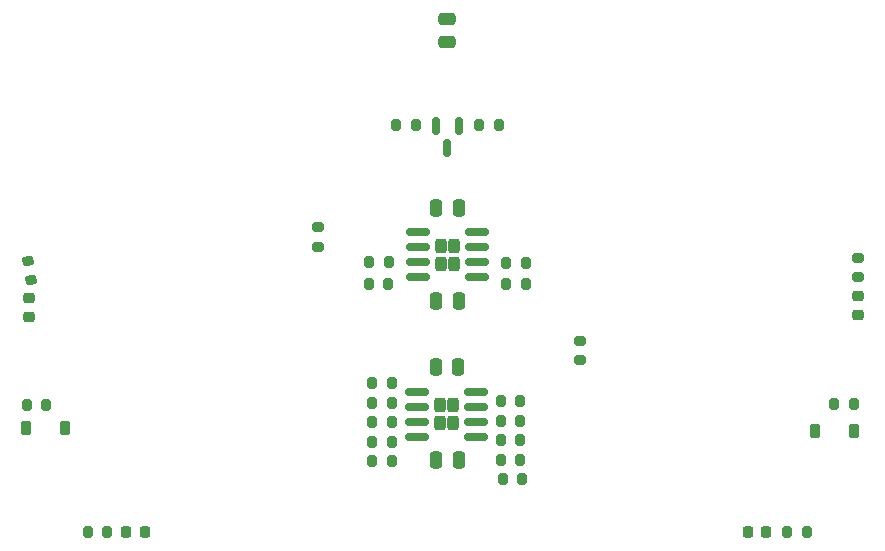
<source format=gbr>
%TF.GenerationSoftware,KiCad,Pcbnew,9.0.0*%
%TF.CreationDate,2025-08-10T21:35:17+12:00*%
%TF.ProjectId,current_gen_class_ab,63757272-656e-4745-9f67-656e5f636c61,rev?*%
%TF.SameCoordinates,Original*%
%TF.FileFunction,Paste,Top*%
%TF.FilePolarity,Positive*%
%FSLAX46Y46*%
G04 Gerber Fmt 4.6, Leading zero omitted, Abs format (unit mm)*
G04 Created by KiCad (PCBNEW 9.0.0) date 2025-08-10 21:35:17*
%MOMM*%
%LPD*%
G01*
G04 APERTURE LIST*
G04 Aperture macros list*
%AMRoundRect*
0 Rectangle with rounded corners*
0 $1 Rounding radius*
0 $2 $3 $4 $5 $6 $7 $8 $9 X,Y pos of 4 corners*
0 Add a 4 corners polygon primitive as box body*
4,1,4,$2,$3,$4,$5,$6,$7,$8,$9,$2,$3,0*
0 Add four circle primitives for the rounded corners*
1,1,$1+$1,$2,$3*
1,1,$1+$1,$4,$5*
1,1,$1+$1,$6,$7*
1,1,$1+$1,$8,$9*
0 Add four rect primitives between the rounded corners*
20,1,$1+$1,$2,$3,$4,$5,0*
20,1,$1+$1,$4,$5,$6,$7,0*
20,1,$1+$1,$6,$7,$8,$9,0*
20,1,$1+$1,$8,$9,$2,$3,0*%
G04 Aperture macros list end*
%ADD10RoundRect,0.250000X-0.250000X-0.475000X0.250000X-0.475000X0.250000X0.475000X-0.250000X0.475000X0*%
%ADD11RoundRect,0.200000X-0.200000X-0.275000X0.200000X-0.275000X0.200000X0.275000X-0.200000X0.275000X0*%
%ADD12RoundRect,0.200000X0.200000X0.275000X-0.200000X0.275000X-0.200000X-0.275000X0.200000X-0.275000X0*%
%ADD13RoundRect,0.240000X-0.240000X-0.385000X0.240000X-0.385000X0.240000X0.385000X-0.240000X0.385000X0*%
%ADD14RoundRect,0.150000X-0.825000X-0.150000X0.825000X-0.150000X0.825000X0.150000X-0.825000X0.150000X0*%
%ADD15RoundRect,0.225000X-0.225000X-0.375000X0.225000X-0.375000X0.225000X0.375000X-0.225000X0.375000X0*%
%ADD16RoundRect,0.200000X0.275000X-0.200000X0.275000X0.200000X-0.275000X0.200000X-0.275000X-0.200000X0*%
%ADD17RoundRect,0.200000X0.305552X-0.149208X0.236092X0.244715X-0.305552X0.149208X-0.236092X-0.244715X0*%
%ADD18RoundRect,0.218750X0.256250X-0.218750X0.256250X0.218750X-0.256250X0.218750X-0.256250X-0.218750X0*%
%ADD19RoundRect,0.250000X0.475000X-0.250000X0.475000X0.250000X-0.475000X0.250000X-0.475000X-0.250000X0*%
%ADD20RoundRect,0.218750X-0.218750X-0.256250X0.218750X-0.256250X0.218750X0.256250X-0.218750X0.256250X0*%
%ADD21RoundRect,0.218750X-0.256250X0.218750X-0.256250X-0.218750X0.256250X-0.218750X0.256250X0.218750X0*%
%ADD22RoundRect,0.150000X-0.150000X0.587500X-0.150000X-0.587500X0.150000X-0.587500X0.150000X0.587500X0*%
%ADD23RoundRect,0.200000X-0.275000X0.200000X-0.275000X-0.200000X0.275000X-0.200000X0.275000X0.200000X0*%
G04 APERTURE END LIST*
D10*
%TO.C,C4*%
X158050000Y-100400000D03*
X159950000Y-100400000D03*
%TD*%
D11*
%TO.C,R29*%
X187762500Y-120000000D03*
X189412500Y-120000000D03*
%TD*%
D12*
%TO.C,R9*%
X154275000Y-110700000D03*
X152625000Y-110700000D03*
%TD*%
D11*
%TO.C,R12*%
X152625000Y-109050000D03*
X154275000Y-109050000D03*
%TD*%
D10*
%TO.C,C2*%
X158020000Y-106000000D03*
X159920000Y-106000000D03*
%TD*%
D13*
%TO.C,U1*%
X158430000Y-95750000D03*
X158430000Y-97250000D03*
X159570000Y-95750000D03*
X159570000Y-97250000D03*
D14*
X156525000Y-94595000D03*
X156525000Y-95865000D03*
X156525000Y-97135000D03*
X156525000Y-98405000D03*
X161475000Y-98405000D03*
X161475000Y-97135000D03*
X161475000Y-95865000D03*
X161475000Y-94595000D03*
%TD*%
D11*
%TO.C,R21*%
X191750000Y-109130000D03*
X193400000Y-109130000D03*
%TD*%
%TO.C,R20*%
X123375000Y-109200000D03*
X125025000Y-109200000D03*
%TD*%
D10*
%TO.C,C5*%
X158050000Y-92555000D03*
X159950000Y-92555000D03*
%TD*%
D11*
%TO.C,R27*%
X152625000Y-112350000D03*
X154275000Y-112350000D03*
%TD*%
D15*
%TO.C,D1*%
X190150000Y-111400000D03*
X193450000Y-111400000D03*
%TD*%
D16*
%TO.C,R22*%
X193800000Y-98425000D03*
X193800000Y-96775000D03*
%TD*%
D17*
%TO.C,R23*%
X123743260Y-98637467D03*
X123456740Y-97012535D03*
%TD*%
D18*
%TO.C,D5*%
X123600000Y-101775002D03*
X123600000Y-100200000D03*
%TD*%
D12*
%TO.C,R11*%
X165625000Y-99000000D03*
X163975000Y-99000000D03*
%TD*%
D19*
%TO.C,C1*%
X159000000Y-78449999D03*
X159000000Y-76550001D03*
%TD*%
D11*
%TO.C,R10*%
X163675000Y-115500000D03*
X165325000Y-115500000D03*
%TD*%
%TO.C,R15*%
X163525000Y-108905000D03*
X165175000Y-108905000D03*
%TD*%
%TO.C,R25*%
X163525000Y-110550000D03*
X165175000Y-110550000D03*
%TD*%
D13*
%TO.C,U2*%
X158330000Y-109250000D03*
X158330000Y-110750000D03*
X159470000Y-109250000D03*
X159470000Y-110750000D03*
D14*
X156425000Y-108095000D03*
X156425000Y-109365000D03*
X156425000Y-110635000D03*
X156425000Y-111905000D03*
X161375000Y-111905000D03*
X161375000Y-110635000D03*
X161375000Y-109365000D03*
X161375000Y-108095000D03*
%TD*%
D11*
%TO.C,R7*%
X163975000Y-97200000D03*
X165625000Y-97200000D03*
%TD*%
D20*
%TO.C,D6*%
X131812500Y-120000000D03*
X133387500Y-120000000D03*
%TD*%
D12*
%TO.C,R4*%
X154035000Y-97155000D03*
X152385000Y-97155000D03*
%TD*%
D10*
%TO.C,C3*%
X158050001Y-113900000D03*
X159949999Y-113900000D03*
%TD*%
D16*
%TO.C,R5*%
X148000000Y-95825000D03*
X148000000Y-94175000D03*
%TD*%
D11*
%TO.C,R2*%
X154675000Y-85500000D03*
X156325000Y-85500000D03*
%TD*%
D12*
%TO.C,R14*%
X154280000Y-107400000D03*
X152630000Y-107400000D03*
%TD*%
D11*
%TO.C,R24*%
X163525000Y-112200000D03*
X165175000Y-112200000D03*
%TD*%
D12*
%TO.C,R13*%
X165175000Y-113850000D03*
X163525000Y-113850000D03*
%TD*%
%TO.C,R28*%
X130200000Y-120000000D03*
X128550000Y-120000000D03*
%TD*%
D15*
%TO.C,D2*%
X123350000Y-111200000D03*
X126650000Y-111200000D03*
%TD*%
D21*
%TO.C,D4*%
X193800000Y-100012499D03*
X193800000Y-101587501D03*
%TD*%
D11*
%TO.C,R3*%
X161675000Y-85500000D03*
X163325000Y-85500000D03*
%TD*%
D20*
%TO.C,D7*%
X184425000Y-120000000D03*
X186000000Y-120000000D03*
%TD*%
D12*
%TO.C,R26*%
X154280000Y-114000000D03*
X152630000Y-114000000D03*
%TD*%
D22*
%TO.C,D3*%
X159950000Y-85562500D03*
X158050000Y-85562500D03*
X159000000Y-87437501D03*
%TD*%
D23*
%TO.C,R6*%
X170200000Y-103775000D03*
X170200000Y-105425000D03*
%TD*%
D11*
%TO.C,R8*%
X152350000Y-99000000D03*
X154000000Y-99000000D03*
%TD*%
M02*

</source>
